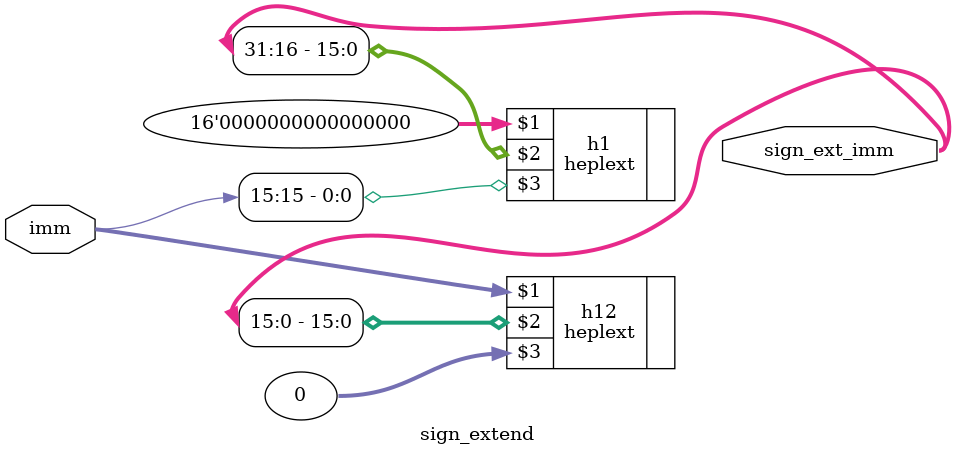
<source format=v>
module sign_extend (
 output  [31:0] sign_ext_imm,
 input [15:0] imm);
 
 
 wire [31:0] a;
 
 
	heplext h1(16'b0,sign_ext_imm[31:16],imm[15]);
  heplext h12(imm[15:0],sign_ext_imm[15:0],0);
 endmodule
</source>
